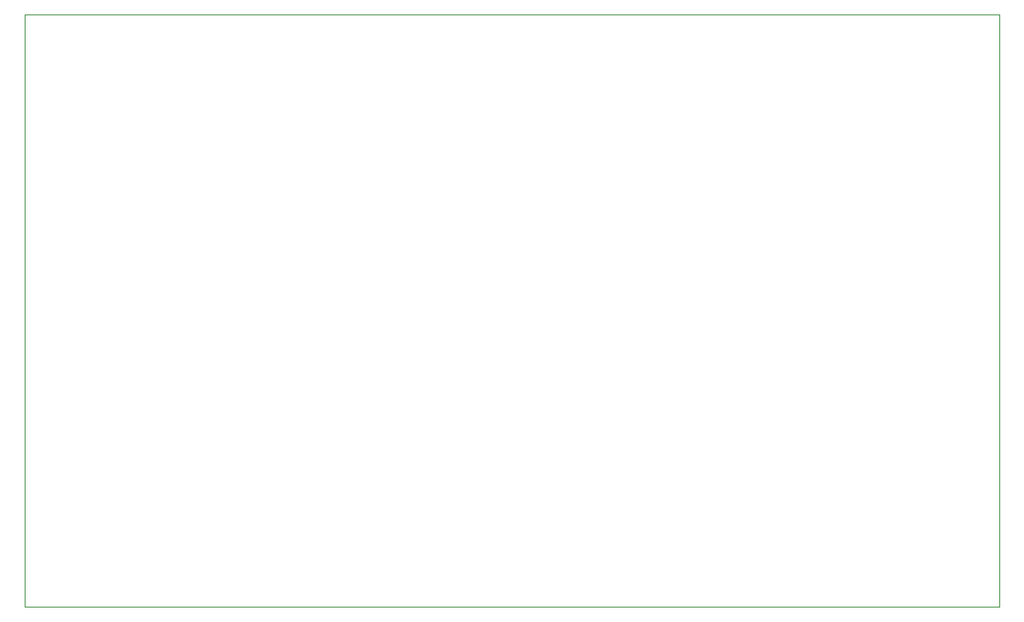
<source format=gbr>
%TF.GenerationSoftware,KiCad,Pcbnew,6.0.2+dfsg-1*%
%TF.CreationDate,2023-03-28T11:02:59-04:00*%
%TF.ProjectId,Registers,52656769-7374-4657-9273-2e6b69636164,rev?*%
%TF.SameCoordinates,Original*%
%TF.FileFunction,Profile,NP*%
%FSLAX46Y46*%
G04 Gerber Fmt 4.6, Leading zero omitted, Abs format (unit mm)*
G04 Created by KiCad (PCBNEW 6.0.2+dfsg-1) date 2023-03-28 11:02:59*
%MOMM*%
%LPD*%
G01*
G04 APERTURE LIST*
%TA.AperFunction,Profile*%
%ADD10C,0.100000*%
%TD*%
G04 APERTURE END LIST*
D10*
X17430000Y-18170000D02*
X114380000Y-18170000D01*
X114380000Y-18170000D02*
X114380000Y-77060000D01*
X114380000Y-77060000D02*
X17430000Y-77060000D01*
X17430000Y-77060000D02*
X17430000Y-18170000D01*
M02*

</source>
